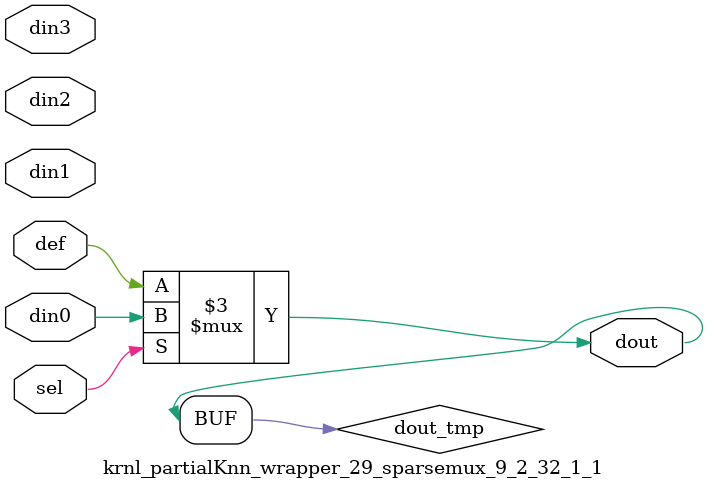
<source format=v>
`timescale 1ns / 1ps

module krnl_partialKnn_wrapper_29_sparsemux_9_2_32_1_1 (din0,din1,din2,din3,def,sel,dout);

parameter din0_WIDTH = 1;

parameter din1_WIDTH = 1;

parameter din2_WIDTH = 1;

parameter din3_WIDTH = 1;

parameter def_WIDTH = 1;
parameter sel_WIDTH = 1;
parameter dout_WIDTH = 1;

parameter [sel_WIDTH-1:0] CASE0 = 1;

parameter [sel_WIDTH-1:0] CASE1 = 1;

parameter [sel_WIDTH-1:0] CASE2 = 1;

parameter [sel_WIDTH-1:0] CASE3 = 1;

parameter ID = 1;
parameter NUM_STAGE = 1;



input [din0_WIDTH-1:0] din0;

input [din1_WIDTH-1:0] din1;

input [din2_WIDTH-1:0] din2;

input [din3_WIDTH-1:0] din3;

input [def_WIDTH-1:0] def;
input [sel_WIDTH-1:0] sel;

output [dout_WIDTH-1:0] dout;



reg [dout_WIDTH-1:0] dout_tmp;

always @ (*) begin
case (sel)
    
    CASE0 : dout_tmp = din0;
    
    CASE1 : dout_tmp = din1;
    
    CASE2 : dout_tmp = din2;
    
    CASE3 : dout_tmp = din3;
    
    default : dout_tmp = def;
endcase
end


assign dout = dout_tmp;



endmodule

</source>
